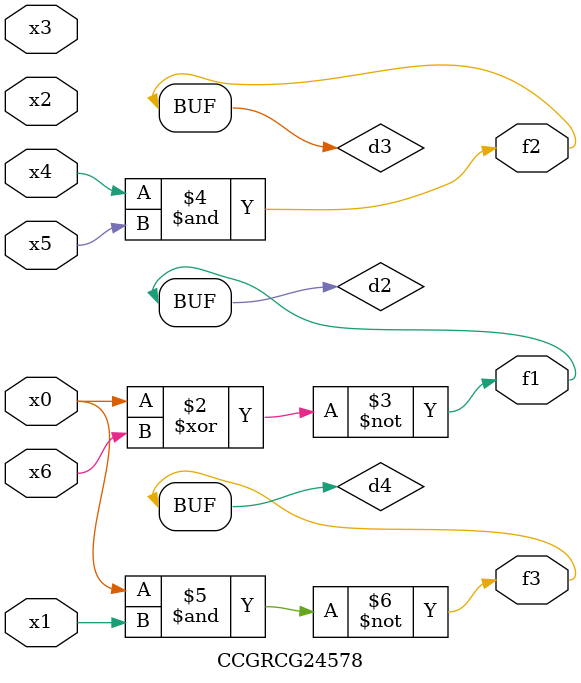
<source format=v>
module CCGRCG24578(
	input x0, x1, x2, x3, x4, x5, x6,
	output f1, f2, f3
);

	wire d1, d2, d3, d4;

	nor (d1, x0);
	xnor (d2, x0, x6);
	and (d3, x4, x5);
	nand (d4, x0, x1);
	assign f1 = d2;
	assign f2 = d3;
	assign f3 = d4;
endmodule

</source>
